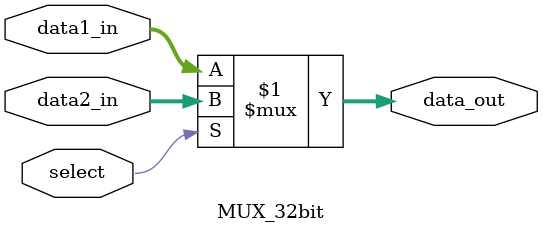
<source format=v>
`timescale 1ns / 1ps
module MUX_32bit(
   data1_in,
    data2_in,
    select,
    data_out
);

input [31:0] data1_in, data2_in;
input select;
output [31:0] data_out;

assign data_out = (select) ? data2_in : data1_in;


endmodule

</source>
